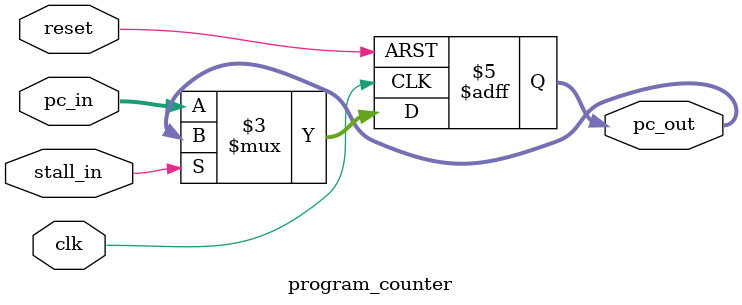
<source format=v>
module program_counter (
    input wire clk,
    input wire reset,
    input wire stall_in, 

    input wire [31:0] pc_in,
    output reg [31:0] pc_out
);


always @(posedge clk or posedge reset) begin
    if (reset) begin
        pc_out <= 32'h00000000; 
    end else if (~stall_in) begin
        pc_out <= pc_in;
    end
end

endmodule
</source>
